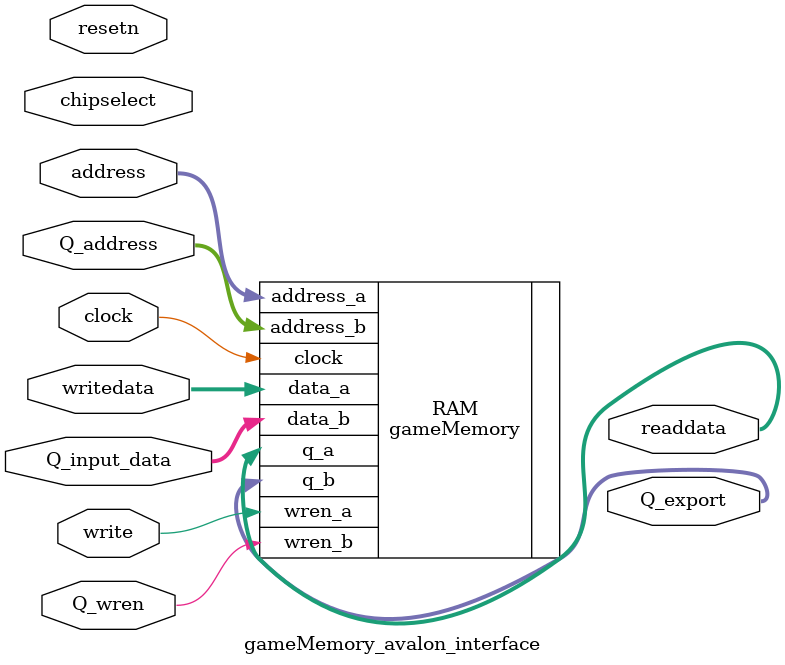
<source format=v>
module gameMemory_avalon_interface(clock, resetn, writedata, readdata, write, chipselect,
											  address, Q_address, Q_export, Q_wren, Q_input_data);
											  

											  
	// signals for connecting to the Avalon fabric
	input clock, resetn, write, chipselect;
	input [7:0] address;
	input[31:0] writedata;
	output[31:0] readdata;
	
	// signal for exporting register contents outside of the embedded system
	input Q_wren;
	input [7:0] Q_address;
	input [31:0] Q_input_data;
	output[31:0] Q_export;
				
	// Convention:
	// a = Processor (running the C doe)
	// b = Conduit (to the FPGA)
	gameMemory RAM(.clock(clock),
				  .wren_a(write),
				  .wren_b(Q_wren),
				  .address_a(address),
				  .address_b(Q_address),
				  .data_a(writedata),
				  .data_b(Q_input_data),
				  .q_a(readdata),
				  .q_b(Q_export));
	
endmodule 
</source>
